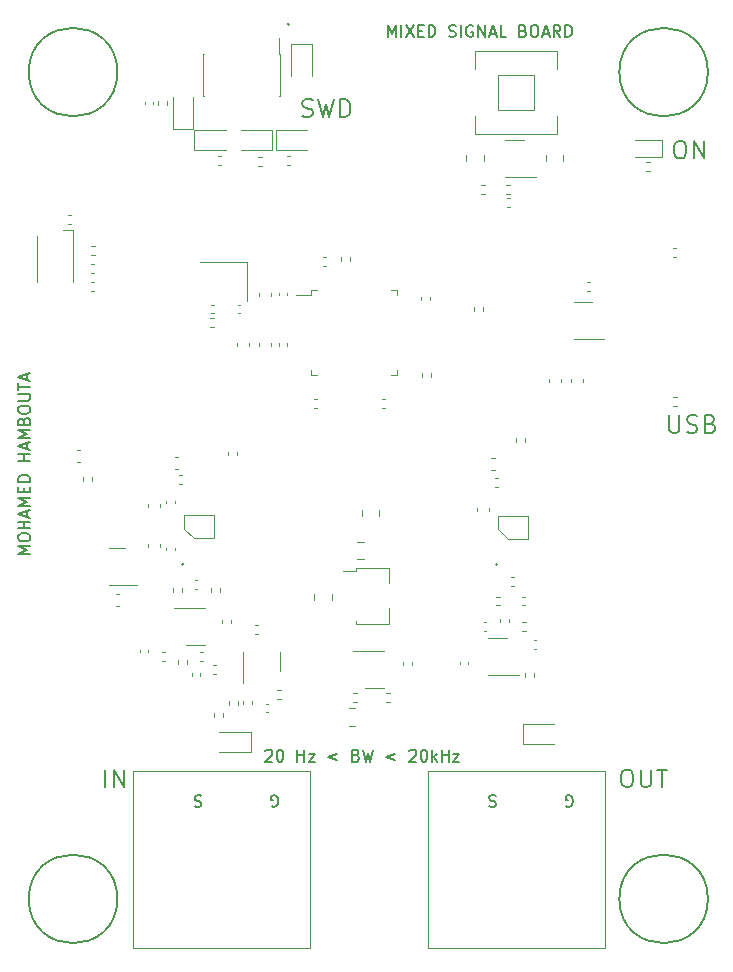
<source format=gbr>
%TF.GenerationSoftware,KiCad,Pcbnew,7.0.9*%
%TF.CreationDate,2024-01-09T08:16:39-05:00*%
%TF.ProjectId,mixed_signal_hw,6d697865-645f-4736-9967-6e616c5f6877,rev?*%
%TF.SameCoordinates,Original*%
%TF.FileFunction,Legend,Top*%
%TF.FilePolarity,Positive*%
%FSLAX46Y46*%
G04 Gerber Fmt 4.6, Leading zero omitted, Abs format (unit mm)*
G04 Created by KiCad (PCBNEW 7.0.9) date 2024-01-09 08:16:39*
%MOMM*%
%LPD*%
G01*
G04 APERTURE LIST*
%ADD10C,0.150000*%
%ADD11C,0.200000*%
%ADD12C,0.120000*%
G04 APERTURE END LIST*
D10*
X154250000Y-58250000D02*
G75*
G03*
X154250000Y-58250000I-3750000J0D01*
G01*
X154250000Y-128250000D02*
G75*
G03*
X154250000Y-128250000I-3750000J0D01*
G01*
X118800000Y-54200000D02*
G75*
G03*
X118800000Y-54200000I-64031J0D01*
G01*
X104250000Y-128250000D02*
G75*
G03*
X104250000Y-128250000I-3750000J0D01*
G01*
X109834031Y-99920000D02*
G75*
G03*
X109834031Y-99920000I-64031J0D01*
G01*
X104250000Y-58250000D02*
G75*
G03*
X104250000Y-58250000I-3750000J0D01*
G01*
X136424031Y-99935969D02*
G75*
G03*
X136424031Y-99935969I-64031J0D01*
G01*
D11*
X119917292Y-61984600D02*
X120131578Y-62056028D01*
X120131578Y-62056028D02*
X120488720Y-62056028D01*
X120488720Y-62056028D02*
X120631578Y-61984600D01*
X120631578Y-61984600D02*
X120703006Y-61913171D01*
X120703006Y-61913171D02*
X120774435Y-61770314D01*
X120774435Y-61770314D02*
X120774435Y-61627457D01*
X120774435Y-61627457D02*
X120703006Y-61484600D01*
X120703006Y-61484600D02*
X120631578Y-61413171D01*
X120631578Y-61413171D02*
X120488720Y-61341742D01*
X120488720Y-61341742D02*
X120203006Y-61270314D01*
X120203006Y-61270314D02*
X120060149Y-61198885D01*
X120060149Y-61198885D02*
X119988720Y-61127457D01*
X119988720Y-61127457D02*
X119917292Y-60984600D01*
X119917292Y-60984600D02*
X119917292Y-60841742D01*
X119917292Y-60841742D02*
X119988720Y-60698885D01*
X119988720Y-60698885D02*
X120060149Y-60627457D01*
X120060149Y-60627457D02*
X120203006Y-60556028D01*
X120203006Y-60556028D02*
X120560149Y-60556028D01*
X120560149Y-60556028D02*
X120774435Y-60627457D01*
X121274434Y-60556028D02*
X121631577Y-62056028D01*
X121631577Y-62056028D02*
X121917291Y-60984600D01*
X121917291Y-60984600D02*
X122203006Y-62056028D01*
X122203006Y-62056028D02*
X122560149Y-60556028D01*
X123131577Y-62056028D02*
X123131577Y-60556028D01*
X123131577Y-60556028D02*
X123488720Y-60556028D01*
X123488720Y-60556028D02*
X123703006Y-60627457D01*
X123703006Y-60627457D02*
X123845863Y-60770314D01*
X123845863Y-60770314D02*
X123917292Y-60913171D01*
X123917292Y-60913171D02*
X123988720Y-61198885D01*
X123988720Y-61198885D02*
X123988720Y-61413171D01*
X123988720Y-61413171D02*
X123917292Y-61698885D01*
X123917292Y-61698885D02*
X123845863Y-61841742D01*
X123845863Y-61841742D02*
X123703006Y-61984600D01*
X123703006Y-61984600D02*
X123488720Y-62056028D01*
X123488720Y-62056028D02*
X123131577Y-62056028D01*
X147274435Y-117306028D02*
X147560149Y-117306028D01*
X147560149Y-117306028D02*
X147703006Y-117377457D01*
X147703006Y-117377457D02*
X147845863Y-117520314D01*
X147845863Y-117520314D02*
X147917292Y-117806028D01*
X147917292Y-117806028D02*
X147917292Y-118306028D01*
X147917292Y-118306028D02*
X147845863Y-118591742D01*
X147845863Y-118591742D02*
X147703006Y-118734600D01*
X147703006Y-118734600D02*
X147560149Y-118806028D01*
X147560149Y-118806028D02*
X147274435Y-118806028D01*
X147274435Y-118806028D02*
X147131578Y-118734600D01*
X147131578Y-118734600D02*
X146988720Y-118591742D01*
X146988720Y-118591742D02*
X146917292Y-118306028D01*
X146917292Y-118306028D02*
X146917292Y-117806028D01*
X146917292Y-117806028D02*
X146988720Y-117520314D01*
X146988720Y-117520314D02*
X147131578Y-117377457D01*
X147131578Y-117377457D02*
X147274435Y-117306028D01*
X148560149Y-117306028D02*
X148560149Y-118520314D01*
X148560149Y-118520314D02*
X148631578Y-118663171D01*
X148631578Y-118663171D02*
X148703007Y-118734600D01*
X148703007Y-118734600D02*
X148845864Y-118806028D01*
X148845864Y-118806028D02*
X149131578Y-118806028D01*
X149131578Y-118806028D02*
X149274435Y-118734600D01*
X149274435Y-118734600D02*
X149345864Y-118663171D01*
X149345864Y-118663171D02*
X149417292Y-118520314D01*
X149417292Y-118520314D02*
X149417292Y-117306028D01*
X149917293Y-117306028D02*
X150774436Y-117306028D01*
X150345864Y-118806028D02*
X150345864Y-117306028D01*
X103238720Y-118806028D02*
X103238720Y-117306028D01*
X103953006Y-118806028D02*
X103953006Y-117306028D01*
X103953006Y-117306028D02*
X104810149Y-118806028D01*
X104810149Y-118806028D02*
X104810149Y-117306028D01*
D10*
X116789160Y-115715057D02*
X116836779Y-115667438D01*
X116836779Y-115667438D02*
X116932017Y-115619819D01*
X116932017Y-115619819D02*
X117170112Y-115619819D01*
X117170112Y-115619819D02*
X117265350Y-115667438D01*
X117265350Y-115667438D02*
X117312969Y-115715057D01*
X117312969Y-115715057D02*
X117360588Y-115810295D01*
X117360588Y-115810295D02*
X117360588Y-115905533D01*
X117360588Y-115905533D02*
X117312969Y-116048390D01*
X117312969Y-116048390D02*
X116741541Y-116619819D01*
X116741541Y-116619819D02*
X117360588Y-116619819D01*
X117979636Y-115619819D02*
X118074874Y-115619819D01*
X118074874Y-115619819D02*
X118170112Y-115667438D01*
X118170112Y-115667438D02*
X118217731Y-115715057D01*
X118217731Y-115715057D02*
X118265350Y-115810295D01*
X118265350Y-115810295D02*
X118312969Y-116000771D01*
X118312969Y-116000771D02*
X118312969Y-116238866D01*
X118312969Y-116238866D02*
X118265350Y-116429342D01*
X118265350Y-116429342D02*
X118217731Y-116524580D01*
X118217731Y-116524580D02*
X118170112Y-116572200D01*
X118170112Y-116572200D02*
X118074874Y-116619819D01*
X118074874Y-116619819D02*
X117979636Y-116619819D01*
X117979636Y-116619819D02*
X117884398Y-116572200D01*
X117884398Y-116572200D02*
X117836779Y-116524580D01*
X117836779Y-116524580D02*
X117789160Y-116429342D01*
X117789160Y-116429342D02*
X117741541Y-116238866D01*
X117741541Y-116238866D02*
X117741541Y-116000771D01*
X117741541Y-116000771D02*
X117789160Y-115810295D01*
X117789160Y-115810295D02*
X117836779Y-115715057D01*
X117836779Y-115715057D02*
X117884398Y-115667438D01*
X117884398Y-115667438D02*
X117979636Y-115619819D01*
X119503446Y-116619819D02*
X119503446Y-115619819D01*
X119503446Y-116096009D02*
X120074874Y-116096009D01*
X120074874Y-116619819D02*
X120074874Y-115619819D01*
X120455827Y-115953152D02*
X120979636Y-115953152D01*
X120979636Y-115953152D02*
X120455827Y-116619819D01*
X120455827Y-116619819D02*
X120979636Y-116619819D01*
X122884399Y-115953152D02*
X122122494Y-116238866D01*
X122122494Y-116238866D02*
X122884399Y-116524580D01*
X124455827Y-116096009D02*
X124598684Y-116143628D01*
X124598684Y-116143628D02*
X124646303Y-116191247D01*
X124646303Y-116191247D02*
X124693922Y-116286485D01*
X124693922Y-116286485D02*
X124693922Y-116429342D01*
X124693922Y-116429342D02*
X124646303Y-116524580D01*
X124646303Y-116524580D02*
X124598684Y-116572200D01*
X124598684Y-116572200D02*
X124503446Y-116619819D01*
X124503446Y-116619819D02*
X124122494Y-116619819D01*
X124122494Y-116619819D02*
X124122494Y-115619819D01*
X124122494Y-115619819D02*
X124455827Y-115619819D01*
X124455827Y-115619819D02*
X124551065Y-115667438D01*
X124551065Y-115667438D02*
X124598684Y-115715057D01*
X124598684Y-115715057D02*
X124646303Y-115810295D01*
X124646303Y-115810295D02*
X124646303Y-115905533D01*
X124646303Y-115905533D02*
X124598684Y-116000771D01*
X124598684Y-116000771D02*
X124551065Y-116048390D01*
X124551065Y-116048390D02*
X124455827Y-116096009D01*
X124455827Y-116096009D02*
X124122494Y-116096009D01*
X125027256Y-115619819D02*
X125265351Y-116619819D01*
X125265351Y-116619819D02*
X125455827Y-115905533D01*
X125455827Y-115905533D02*
X125646303Y-116619819D01*
X125646303Y-116619819D02*
X125884399Y-115619819D01*
X127789161Y-115953152D02*
X127027256Y-116238866D01*
X127027256Y-116238866D02*
X127789161Y-116524580D01*
X128979637Y-115715057D02*
X129027256Y-115667438D01*
X129027256Y-115667438D02*
X129122494Y-115619819D01*
X129122494Y-115619819D02*
X129360589Y-115619819D01*
X129360589Y-115619819D02*
X129455827Y-115667438D01*
X129455827Y-115667438D02*
X129503446Y-115715057D01*
X129503446Y-115715057D02*
X129551065Y-115810295D01*
X129551065Y-115810295D02*
X129551065Y-115905533D01*
X129551065Y-115905533D02*
X129503446Y-116048390D01*
X129503446Y-116048390D02*
X128932018Y-116619819D01*
X128932018Y-116619819D02*
X129551065Y-116619819D01*
X130170113Y-115619819D02*
X130265351Y-115619819D01*
X130265351Y-115619819D02*
X130360589Y-115667438D01*
X130360589Y-115667438D02*
X130408208Y-115715057D01*
X130408208Y-115715057D02*
X130455827Y-115810295D01*
X130455827Y-115810295D02*
X130503446Y-116000771D01*
X130503446Y-116000771D02*
X130503446Y-116238866D01*
X130503446Y-116238866D02*
X130455827Y-116429342D01*
X130455827Y-116429342D02*
X130408208Y-116524580D01*
X130408208Y-116524580D02*
X130360589Y-116572200D01*
X130360589Y-116572200D02*
X130265351Y-116619819D01*
X130265351Y-116619819D02*
X130170113Y-116619819D01*
X130170113Y-116619819D02*
X130074875Y-116572200D01*
X130074875Y-116572200D02*
X130027256Y-116524580D01*
X130027256Y-116524580D02*
X129979637Y-116429342D01*
X129979637Y-116429342D02*
X129932018Y-116238866D01*
X129932018Y-116238866D02*
X129932018Y-116000771D01*
X129932018Y-116000771D02*
X129979637Y-115810295D01*
X129979637Y-115810295D02*
X130027256Y-115715057D01*
X130027256Y-115715057D02*
X130074875Y-115667438D01*
X130074875Y-115667438D02*
X130170113Y-115619819D01*
X130932018Y-116619819D02*
X130932018Y-115619819D01*
X131027256Y-116238866D02*
X131312970Y-116619819D01*
X131312970Y-115953152D02*
X130932018Y-116334104D01*
X131741542Y-116619819D02*
X131741542Y-115619819D01*
X131741542Y-116096009D02*
X132312970Y-116096009D01*
X132312970Y-116619819D02*
X132312970Y-115619819D01*
X132693923Y-115953152D02*
X133217732Y-115953152D01*
X133217732Y-115953152D02*
X132693923Y-116619819D01*
X132693923Y-116619819D02*
X133217732Y-116619819D01*
X127136779Y-55269819D02*
X127136779Y-54269819D01*
X127136779Y-54269819D02*
X127470112Y-54984104D01*
X127470112Y-54984104D02*
X127803445Y-54269819D01*
X127803445Y-54269819D02*
X127803445Y-55269819D01*
X128279636Y-55269819D02*
X128279636Y-54269819D01*
X128660588Y-54269819D02*
X129327254Y-55269819D01*
X129327254Y-54269819D02*
X128660588Y-55269819D01*
X129708207Y-54746009D02*
X130041540Y-54746009D01*
X130184397Y-55269819D02*
X129708207Y-55269819D01*
X129708207Y-55269819D02*
X129708207Y-54269819D01*
X129708207Y-54269819D02*
X130184397Y-54269819D01*
X130612969Y-55269819D02*
X130612969Y-54269819D01*
X130612969Y-54269819D02*
X130851064Y-54269819D01*
X130851064Y-54269819D02*
X130993921Y-54317438D01*
X130993921Y-54317438D02*
X131089159Y-54412676D01*
X131089159Y-54412676D02*
X131136778Y-54507914D01*
X131136778Y-54507914D02*
X131184397Y-54698390D01*
X131184397Y-54698390D02*
X131184397Y-54841247D01*
X131184397Y-54841247D02*
X131136778Y-55031723D01*
X131136778Y-55031723D02*
X131089159Y-55126961D01*
X131089159Y-55126961D02*
X130993921Y-55222200D01*
X130993921Y-55222200D02*
X130851064Y-55269819D01*
X130851064Y-55269819D02*
X130612969Y-55269819D01*
X132327255Y-55222200D02*
X132470112Y-55269819D01*
X132470112Y-55269819D02*
X132708207Y-55269819D01*
X132708207Y-55269819D02*
X132803445Y-55222200D01*
X132803445Y-55222200D02*
X132851064Y-55174580D01*
X132851064Y-55174580D02*
X132898683Y-55079342D01*
X132898683Y-55079342D02*
X132898683Y-54984104D01*
X132898683Y-54984104D02*
X132851064Y-54888866D01*
X132851064Y-54888866D02*
X132803445Y-54841247D01*
X132803445Y-54841247D02*
X132708207Y-54793628D01*
X132708207Y-54793628D02*
X132517731Y-54746009D01*
X132517731Y-54746009D02*
X132422493Y-54698390D01*
X132422493Y-54698390D02*
X132374874Y-54650771D01*
X132374874Y-54650771D02*
X132327255Y-54555533D01*
X132327255Y-54555533D02*
X132327255Y-54460295D01*
X132327255Y-54460295D02*
X132374874Y-54365057D01*
X132374874Y-54365057D02*
X132422493Y-54317438D01*
X132422493Y-54317438D02*
X132517731Y-54269819D01*
X132517731Y-54269819D02*
X132755826Y-54269819D01*
X132755826Y-54269819D02*
X132898683Y-54317438D01*
X133327255Y-55269819D02*
X133327255Y-54269819D01*
X134327254Y-54317438D02*
X134232016Y-54269819D01*
X134232016Y-54269819D02*
X134089159Y-54269819D01*
X134089159Y-54269819D02*
X133946302Y-54317438D01*
X133946302Y-54317438D02*
X133851064Y-54412676D01*
X133851064Y-54412676D02*
X133803445Y-54507914D01*
X133803445Y-54507914D02*
X133755826Y-54698390D01*
X133755826Y-54698390D02*
X133755826Y-54841247D01*
X133755826Y-54841247D02*
X133803445Y-55031723D01*
X133803445Y-55031723D02*
X133851064Y-55126961D01*
X133851064Y-55126961D02*
X133946302Y-55222200D01*
X133946302Y-55222200D02*
X134089159Y-55269819D01*
X134089159Y-55269819D02*
X134184397Y-55269819D01*
X134184397Y-55269819D02*
X134327254Y-55222200D01*
X134327254Y-55222200D02*
X134374873Y-55174580D01*
X134374873Y-55174580D02*
X134374873Y-54841247D01*
X134374873Y-54841247D02*
X134184397Y-54841247D01*
X134803445Y-55269819D02*
X134803445Y-54269819D01*
X134803445Y-54269819D02*
X135374873Y-55269819D01*
X135374873Y-55269819D02*
X135374873Y-54269819D01*
X135803445Y-54984104D02*
X136279635Y-54984104D01*
X135708207Y-55269819D02*
X136041540Y-54269819D01*
X136041540Y-54269819D02*
X136374873Y-55269819D01*
X137184397Y-55269819D02*
X136708207Y-55269819D01*
X136708207Y-55269819D02*
X136708207Y-54269819D01*
X138612969Y-54746009D02*
X138755826Y-54793628D01*
X138755826Y-54793628D02*
X138803445Y-54841247D01*
X138803445Y-54841247D02*
X138851064Y-54936485D01*
X138851064Y-54936485D02*
X138851064Y-55079342D01*
X138851064Y-55079342D02*
X138803445Y-55174580D01*
X138803445Y-55174580D02*
X138755826Y-55222200D01*
X138755826Y-55222200D02*
X138660588Y-55269819D01*
X138660588Y-55269819D02*
X138279636Y-55269819D01*
X138279636Y-55269819D02*
X138279636Y-54269819D01*
X138279636Y-54269819D02*
X138612969Y-54269819D01*
X138612969Y-54269819D02*
X138708207Y-54317438D01*
X138708207Y-54317438D02*
X138755826Y-54365057D01*
X138755826Y-54365057D02*
X138803445Y-54460295D01*
X138803445Y-54460295D02*
X138803445Y-54555533D01*
X138803445Y-54555533D02*
X138755826Y-54650771D01*
X138755826Y-54650771D02*
X138708207Y-54698390D01*
X138708207Y-54698390D02*
X138612969Y-54746009D01*
X138612969Y-54746009D02*
X138279636Y-54746009D01*
X139470112Y-54269819D02*
X139660588Y-54269819D01*
X139660588Y-54269819D02*
X139755826Y-54317438D01*
X139755826Y-54317438D02*
X139851064Y-54412676D01*
X139851064Y-54412676D02*
X139898683Y-54603152D01*
X139898683Y-54603152D02*
X139898683Y-54936485D01*
X139898683Y-54936485D02*
X139851064Y-55126961D01*
X139851064Y-55126961D02*
X139755826Y-55222200D01*
X139755826Y-55222200D02*
X139660588Y-55269819D01*
X139660588Y-55269819D02*
X139470112Y-55269819D01*
X139470112Y-55269819D02*
X139374874Y-55222200D01*
X139374874Y-55222200D02*
X139279636Y-55126961D01*
X139279636Y-55126961D02*
X139232017Y-54936485D01*
X139232017Y-54936485D02*
X139232017Y-54603152D01*
X139232017Y-54603152D02*
X139279636Y-54412676D01*
X139279636Y-54412676D02*
X139374874Y-54317438D01*
X139374874Y-54317438D02*
X139470112Y-54269819D01*
X140279636Y-54984104D02*
X140755826Y-54984104D01*
X140184398Y-55269819D02*
X140517731Y-54269819D01*
X140517731Y-54269819D02*
X140851064Y-55269819D01*
X141755826Y-55269819D02*
X141422493Y-54793628D01*
X141184398Y-55269819D02*
X141184398Y-54269819D01*
X141184398Y-54269819D02*
X141565350Y-54269819D01*
X141565350Y-54269819D02*
X141660588Y-54317438D01*
X141660588Y-54317438D02*
X141708207Y-54365057D01*
X141708207Y-54365057D02*
X141755826Y-54460295D01*
X141755826Y-54460295D02*
X141755826Y-54603152D01*
X141755826Y-54603152D02*
X141708207Y-54698390D01*
X141708207Y-54698390D02*
X141660588Y-54746009D01*
X141660588Y-54746009D02*
X141565350Y-54793628D01*
X141565350Y-54793628D02*
X141184398Y-54793628D01*
X142184398Y-55269819D02*
X142184398Y-54269819D01*
X142184398Y-54269819D02*
X142422493Y-54269819D01*
X142422493Y-54269819D02*
X142565350Y-54317438D01*
X142565350Y-54317438D02*
X142660588Y-54412676D01*
X142660588Y-54412676D02*
X142708207Y-54507914D01*
X142708207Y-54507914D02*
X142755826Y-54698390D01*
X142755826Y-54698390D02*
X142755826Y-54841247D01*
X142755826Y-54841247D02*
X142708207Y-55031723D01*
X142708207Y-55031723D02*
X142660588Y-55126961D01*
X142660588Y-55126961D02*
X142565350Y-55222200D01*
X142565350Y-55222200D02*
X142422493Y-55269819D01*
X142422493Y-55269819D02*
X142184398Y-55269819D01*
X96869819Y-99063220D02*
X95869819Y-99063220D01*
X95869819Y-99063220D02*
X96584104Y-98729887D01*
X96584104Y-98729887D02*
X95869819Y-98396554D01*
X95869819Y-98396554D02*
X96869819Y-98396554D01*
X95869819Y-97729887D02*
X95869819Y-97539411D01*
X95869819Y-97539411D02*
X95917438Y-97444173D01*
X95917438Y-97444173D02*
X96012676Y-97348935D01*
X96012676Y-97348935D02*
X96203152Y-97301316D01*
X96203152Y-97301316D02*
X96536485Y-97301316D01*
X96536485Y-97301316D02*
X96726961Y-97348935D01*
X96726961Y-97348935D02*
X96822200Y-97444173D01*
X96822200Y-97444173D02*
X96869819Y-97539411D01*
X96869819Y-97539411D02*
X96869819Y-97729887D01*
X96869819Y-97729887D02*
X96822200Y-97825125D01*
X96822200Y-97825125D02*
X96726961Y-97920363D01*
X96726961Y-97920363D02*
X96536485Y-97967982D01*
X96536485Y-97967982D02*
X96203152Y-97967982D01*
X96203152Y-97967982D02*
X96012676Y-97920363D01*
X96012676Y-97920363D02*
X95917438Y-97825125D01*
X95917438Y-97825125D02*
X95869819Y-97729887D01*
X96869819Y-96872744D02*
X95869819Y-96872744D01*
X96346009Y-96872744D02*
X96346009Y-96301316D01*
X96869819Y-96301316D02*
X95869819Y-96301316D01*
X96584104Y-95872744D02*
X96584104Y-95396554D01*
X96869819Y-95967982D02*
X95869819Y-95634649D01*
X95869819Y-95634649D02*
X96869819Y-95301316D01*
X96869819Y-94967982D02*
X95869819Y-94967982D01*
X95869819Y-94967982D02*
X96584104Y-94634649D01*
X96584104Y-94634649D02*
X95869819Y-94301316D01*
X95869819Y-94301316D02*
X96869819Y-94301316D01*
X96346009Y-93825125D02*
X96346009Y-93491792D01*
X96869819Y-93348935D02*
X96869819Y-93825125D01*
X96869819Y-93825125D02*
X95869819Y-93825125D01*
X95869819Y-93825125D02*
X95869819Y-93348935D01*
X96869819Y-92920363D02*
X95869819Y-92920363D01*
X95869819Y-92920363D02*
X95869819Y-92682268D01*
X95869819Y-92682268D02*
X95917438Y-92539411D01*
X95917438Y-92539411D02*
X96012676Y-92444173D01*
X96012676Y-92444173D02*
X96107914Y-92396554D01*
X96107914Y-92396554D02*
X96298390Y-92348935D01*
X96298390Y-92348935D02*
X96441247Y-92348935D01*
X96441247Y-92348935D02*
X96631723Y-92396554D01*
X96631723Y-92396554D02*
X96726961Y-92444173D01*
X96726961Y-92444173D02*
X96822200Y-92539411D01*
X96822200Y-92539411D02*
X96869819Y-92682268D01*
X96869819Y-92682268D02*
X96869819Y-92920363D01*
X96869819Y-91158458D02*
X95869819Y-91158458D01*
X96346009Y-91158458D02*
X96346009Y-90587030D01*
X96869819Y-90587030D02*
X95869819Y-90587030D01*
X96584104Y-90158458D02*
X96584104Y-89682268D01*
X96869819Y-90253696D02*
X95869819Y-89920363D01*
X95869819Y-89920363D02*
X96869819Y-89587030D01*
X96869819Y-89253696D02*
X95869819Y-89253696D01*
X95869819Y-89253696D02*
X96584104Y-88920363D01*
X96584104Y-88920363D02*
X95869819Y-88587030D01*
X95869819Y-88587030D02*
X96869819Y-88587030D01*
X96346009Y-87777506D02*
X96393628Y-87634649D01*
X96393628Y-87634649D02*
X96441247Y-87587030D01*
X96441247Y-87587030D02*
X96536485Y-87539411D01*
X96536485Y-87539411D02*
X96679342Y-87539411D01*
X96679342Y-87539411D02*
X96774580Y-87587030D01*
X96774580Y-87587030D02*
X96822200Y-87634649D01*
X96822200Y-87634649D02*
X96869819Y-87729887D01*
X96869819Y-87729887D02*
X96869819Y-88110839D01*
X96869819Y-88110839D02*
X95869819Y-88110839D01*
X95869819Y-88110839D02*
X95869819Y-87777506D01*
X95869819Y-87777506D02*
X95917438Y-87682268D01*
X95917438Y-87682268D02*
X95965057Y-87634649D01*
X95965057Y-87634649D02*
X96060295Y-87587030D01*
X96060295Y-87587030D02*
X96155533Y-87587030D01*
X96155533Y-87587030D02*
X96250771Y-87634649D01*
X96250771Y-87634649D02*
X96298390Y-87682268D01*
X96298390Y-87682268D02*
X96346009Y-87777506D01*
X96346009Y-87777506D02*
X96346009Y-88110839D01*
X95869819Y-86920363D02*
X95869819Y-86729887D01*
X95869819Y-86729887D02*
X95917438Y-86634649D01*
X95917438Y-86634649D02*
X96012676Y-86539411D01*
X96012676Y-86539411D02*
X96203152Y-86491792D01*
X96203152Y-86491792D02*
X96536485Y-86491792D01*
X96536485Y-86491792D02*
X96726961Y-86539411D01*
X96726961Y-86539411D02*
X96822200Y-86634649D01*
X96822200Y-86634649D02*
X96869819Y-86729887D01*
X96869819Y-86729887D02*
X96869819Y-86920363D01*
X96869819Y-86920363D02*
X96822200Y-87015601D01*
X96822200Y-87015601D02*
X96726961Y-87110839D01*
X96726961Y-87110839D02*
X96536485Y-87158458D01*
X96536485Y-87158458D02*
X96203152Y-87158458D01*
X96203152Y-87158458D02*
X96012676Y-87110839D01*
X96012676Y-87110839D02*
X95917438Y-87015601D01*
X95917438Y-87015601D02*
X95869819Y-86920363D01*
X95869819Y-86063220D02*
X96679342Y-86063220D01*
X96679342Y-86063220D02*
X96774580Y-86015601D01*
X96774580Y-86015601D02*
X96822200Y-85967982D01*
X96822200Y-85967982D02*
X96869819Y-85872744D01*
X96869819Y-85872744D02*
X96869819Y-85682268D01*
X96869819Y-85682268D02*
X96822200Y-85587030D01*
X96822200Y-85587030D02*
X96774580Y-85539411D01*
X96774580Y-85539411D02*
X96679342Y-85491792D01*
X96679342Y-85491792D02*
X95869819Y-85491792D01*
X95869819Y-85158458D02*
X95869819Y-84587030D01*
X96869819Y-84872744D02*
X95869819Y-84872744D01*
X96584104Y-84301315D02*
X96584104Y-83825125D01*
X96869819Y-84396553D02*
X95869819Y-84063220D01*
X95869819Y-84063220D02*
X96869819Y-83729887D01*
D11*
X150988720Y-87306028D02*
X150988720Y-88520314D01*
X150988720Y-88520314D02*
X151060149Y-88663171D01*
X151060149Y-88663171D02*
X151131578Y-88734600D01*
X151131578Y-88734600D02*
X151274435Y-88806028D01*
X151274435Y-88806028D02*
X151560149Y-88806028D01*
X151560149Y-88806028D02*
X151703006Y-88734600D01*
X151703006Y-88734600D02*
X151774435Y-88663171D01*
X151774435Y-88663171D02*
X151845863Y-88520314D01*
X151845863Y-88520314D02*
X151845863Y-87306028D01*
X152488721Y-88734600D02*
X152703007Y-88806028D01*
X152703007Y-88806028D02*
X153060149Y-88806028D01*
X153060149Y-88806028D02*
X153203007Y-88734600D01*
X153203007Y-88734600D02*
X153274435Y-88663171D01*
X153274435Y-88663171D02*
X153345864Y-88520314D01*
X153345864Y-88520314D02*
X153345864Y-88377457D01*
X153345864Y-88377457D02*
X153274435Y-88234600D01*
X153274435Y-88234600D02*
X153203007Y-88163171D01*
X153203007Y-88163171D02*
X153060149Y-88091742D01*
X153060149Y-88091742D02*
X152774435Y-88020314D01*
X152774435Y-88020314D02*
X152631578Y-87948885D01*
X152631578Y-87948885D02*
X152560149Y-87877457D01*
X152560149Y-87877457D02*
X152488721Y-87734600D01*
X152488721Y-87734600D02*
X152488721Y-87591742D01*
X152488721Y-87591742D02*
X152560149Y-87448885D01*
X152560149Y-87448885D02*
X152631578Y-87377457D01*
X152631578Y-87377457D02*
X152774435Y-87306028D01*
X152774435Y-87306028D02*
X153131578Y-87306028D01*
X153131578Y-87306028D02*
X153345864Y-87377457D01*
X154488720Y-88020314D02*
X154703006Y-88091742D01*
X154703006Y-88091742D02*
X154774435Y-88163171D01*
X154774435Y-88163171D02*
X154845863Y-88306028D01*
X154845863Y-88306028D02*
X154845863Y-88520314D01*
X154845863Y-88520314D02*
X154774435Y-88663171D01*
X154774435Y-88663171D02*
X154703006Y-88734600D01*
X154703006Y-88734600D02*
X154560149Y-88806028D01*
X154560149Y-88806028D02*
X153988720Y-88806028D01*
X153988720Y-88806028D02*
X153988720Y-87306028D01*
X153988720Y-87306028D02*
X154488720Y-87306028D01*
X154488720Y-87306028D02*
X154631578Y-87377457D01*
X154631578Y-87377457D02*
X154703006Y-87448885D01*
X154703006Y-87448885D02*
X154774435Y-87591742D01*
X154774435Y-87591742D02*
X154774435Y-87734600D01*
X154774435Y-87734600D02*
X154703006Y-87877457D01*
X154703006Y-87877457D02*
X154631578Y-87948885D01*
X154631578Y-87948885D02*
X154488720Y-88020314D01*
X154488720Y-88020314D02*
X153988720Y-88020314D01*
X151774435Y-64056028D02*
X152060149Y-64056028D01*
X152060149Y-64056028D02*
X152203006Y-64127457D01*
X152203006Y-64127457D02*
X152345863Y-64270314D01*
X152345863Y-64270314D02*
X152417292Y-64556028D01*
X152417292Y-64556028D02*
X152417292Y-65056028D01*
X152417292Y-65056028D02*
X152345863Y-65341742D01*
X152345863Y-65341742D02*
X152203006Y-65484600D01*
X152203006Y-65484600D02*
X152060149Y-65556028D01*
X152060149Y-65556028D02*
X151774435Y-65556028D01*
X151774435Y-65556028D02*
X151631578Y-65484600D01*
X151631578Y-65484600D02*
X151488720Y-65341742D01*
X151488720Y-65341742D02*
X151417292Y-65056028D01*
X151417292Y-65056028D02*
X151417292Y-64556028D01*
X151417292Y-64556028D02*
X151488720Y-64270314D01*
X151488720Y-64270314D02*
X151631578Y-64127457D01*
X151631578Y-64127457D02*
X151774435Y-64056028D01*
X153060149Y-65556028D02*
X153060149Y-64056028D01*
X153060149Y-64056028D02*
X153917292Y-65556028D01*
X153917292Y-65556028D02*
X153917292Y-64056028D01*
D10*
X117318095Y-120417561D02*
X117413333Y-120465180D01*
X117413333Y-120465180D02*
X117556190Y-120465180D01*
X117556190Y-120465180D02*
X117699047Y-120417561D01*
X117699047Y-120417561D02*
X117794285Y-120322323D01*
X117794285Y-120322323D02*
X117841904Y-120227085D01*
X117841904Y-120227085D02*
X117889523Y-120036609D01*
X117889523Y-120036609D02*
X117889523Y-119893752D01*
X117889523Y-119893752D02*
X117841904Y-119703276D01*
X117841904Y-119703276D02*
X117794285Y-119608038D01*
X117794285Y-119608038D02*
X117699047Y-119512800D01*
X117699047Y-119512800D02*
X117556190Y-119465180D01*
X117556190Y-119465180D02*
X117460952Y-119465180D01*
X117460952Y-119465180D02*
X117318095Y-119512800D01*
X117318095Y-119512800D02*
X117270476Y-119560419D01*
X117270476Y-119560419D02*
X117270476Y-119893752D01*
X117270476Y-119893752D02*
X117460952Y-119893752D01*
X111365713Y-119512800D02*
X111222856Y-119465180D01*
X111222856Y-119465180D02*
X110984761Y-119465180D01*
X110984761Y-119465180D02*
X110889523Y-119512800D01*
X110889523Y-119512800D02*
X110841904Y-119560419D01*
X110841904Y-119560419D02*
X110794285Y-119655657D01*
X110794285Y-119655657D02*
X110794285Y-119750895D01*
X110794285Y-119750895D02*
X110841904Y-119846133D01*
X110841904Y-119846133D02*
X110889523Y-119893752D01*
X110889523Y-119893752D02*
X110984761Y-119941371D01*
X110984761Y-119941371D02*
X111175237Y-119988990D01*
X111175237Y-119988990D02*
X111270475Y-120036609D01*
X111270475Y-120036609D02*
X111318094Y-120084228D01*
X111318094Y-120084228D02*
X111365713Y-120179466D01*
X111365713Y-120179466D02*
X111365713Y-120274704D01*
X111365713Y-120274704D02*
X111318094Y-120369942D01*
X111318094Y-120369942D02*
X111270475Y-120417561D01*
X111270475Y-120417561D02*
X111175237Y-120465180D01*
X111175237Y-120465180D02*
X110937142Y-120465180D01*
X110937142Y-120465180D02*
X110794285Y-120417561D01*
X142261695Y-120417561D02*
X142356933Y-120465180D01*
X142356933Y-120465180D02*
X142499790Y-120465180D01*
X142499790Y-120465180D02*
X142642647Y-120417561D01*
X142642647Y-120417561D02*
X142737885Y-120322323D01*
X142737885Y-120322323D02*
X142785504Y-120227085D01*
X142785504Y-120227085D02*
X142833123Y-120036609D01*
X142833123Y-120036609D02*
X142833123Y-119893752D01*
X142833123Y-119893752D02*
X142785504Y-119703276D01*
X142785504Y-119703276D02*
X142737885Y-119608038D01*
X142737885Y-119608038D02*
X142642647Y-119512800D01*
X142642647Y-119512800D02*
X142499790Y-119465180D01*
X142499790Y-119465180D02*
X142404552Y-119465180D01*
X142404552Y-119465180D02*
X142261695Y-119512800D01*
X142261695Y-119512800D02*
X142214076Y-119560419D01*
X142214076Y-119560419D02*
X142214076Y-119893752D01*
X142214076Y-119893752D02*
X142404552Y-119893752D01*
X136309313Y-119512800D02*
X136166456Y-119465180D01*
X136166456Y-119465180D02*
X135928361Y-119465180D01*
X135928361Y-119465180D02*
X135833123Y-119512800D01*
X135833123Y-119512800D02*
X135785504Y-119560419D01*
X135785504Y-119560419D02*
X135737885Y-119655657D01*
X135737885Y-119655657D02*
X135737885Y-119750895D01*
X135737885Y-119750895D02*
X135785504Y-119846133D01*
X135785504Y-119846133D02*
X135833123Y-119893752D01*
X135833123Y-119893752D02*
X135928361Y-119941371D01*
X135928361Y-119941371D02*
X136118837Y-119988990D01*
X136118837Y-119988990D02*
X136214075Y-120036609D01*
X136214075Y-120036609D02*
X136261694Y-120084228D01*
X136261694Y-120084228D02*
X136309313Y-120179466D01*
X136309313Y-120179466D02*
X136309313Y-120274704D01*
X136309313Y-120274704D02*
X136261694Y-120369942D01*
X136261694Y-120369942D02*
X136214075Y-120417561D01*
X136214075Y-120417561D02*
X136118837Y-120465180D01*
X136118837Y-120465180D02*
X135880742Y-120465180D01*
X135880742Y-120465180D02*
X135737885Y-120417561D01*
D12*
%TO.C,C300*%
X114900600Y-111747836D02*
X114900600Y-111532164D01*
X115620600Y-111747836D02*
X115620600Y-111532164D01*
%TO.C,U100*%
X137900000Y-67110000D02*
X139700000Y-67110000D01*
X137900000Y-67110000D02*
X137100000Y-67110000D01*
X137900000Y-63990000D02*
X138700000Y-63990000D01*
X137900000Y-63990000D02*
X137100000Y-63990000D01*
%TO.C,C305*%
X111484236Y-108106800D02*
X111268564Y-108106800D01*
X111484236Y-107386800D02*
X111268564Y-107386800D01*
%TO.C,U200*%
X120677500Y-76689999D02*
X120677500Y-77139999D01*
X120677500Y-77139999D02*
X119387500Y-77139999D01*
X120677500Y-83909999D02*
X120677500Y-83459999D01*
X121127500Y-76689999D02*
X120677500Y-76689999D01*
X121127500Y-83909999D02*
X120677500Y-83909999D01*
X127447500Y-76689999D02*
X127897500Y-76689999D01*
X127447500Y-83909999D02*
X127897500Y-83909999D01*
X127897500Y-76689999D02*
X127897500Y-77139999D01*
X127897500Y-83909999D02*
X127897500Y-83459999D01*
%TO.C,R212*%
X113053641Y-66140000D02*
X112746359Y-66140000D01*
X113053641Y-65380000D02*
X112746359Y-65380000D01*
%TO.C,C212*%
X106580000Y-60977836D02*
X106580000Y-60762164D01*
X107300000Y-60977836D02*
X107300000Y-60762164D01*
%TO.C,R403*%
X137380000Y-104516359D02*
X137380000Y-104823641D01*
X136620000Y-104516359D02*
X136620000Y-104823641D01*
%TO.C,C309*%
X104384611Y-103420000D02*
X104103451Y-103420000D01*
X104384611Y-102400000D02*
X104103451Y-102400000D01*
%TO.C,R202*%
X130770000Y-83726359D02*
X130770000Y-84033641D01*
X130010000Y-83726359D02*
X130010000Y-84033641D01*
%TO.C,C205*%
X117927500Y-81407835D02*
X117927500Y-81192163D01*
X118647500Y-81407835D02*
X118647500Y-81192163D01*
%TO.C,C206*%
X116277500Y-81445579D02*
X116277500Y-81164419D01*
X117297500Y-81445579D02*
X117297500Y-81164419D01*
%TO.C,U401*%
X136420000Y-109260000D02*
X138220000Y-109260000D01*
X136420000Y-109260000D02*
X135620000Y-109260000D01*
X136420000Y-106140000D02*
X137220000Y-106140000D01*
X136420000Y-106140000D02*
X135620000Y-106140000D01*
%TO.C,C202*%
X126895336Y-86659999D02*
X126679664Y-86659999D01*
X126895336Y-85939999D02*
X126679664Y-85939999D01*
%TO.C,R205*%
X151573641Y-73930000D02*
X151266359Y-73930000D01*
X151573641Y-73170000D02*
X151266359Y-73170000D01*
%TO.C,C100*%
X143695000Y-84199420D02*
X143695000Y-84480580D01*
X142675000Y-84199420D02*
X142675000Y-84480580D01*
%TO.C,J300*%
X120580000Y-132420000D02*
X120580000Y-117420000D01*
X120580000Y-132420000D02*
X105580000Y-132420000D01*
X120580000Y-117420000D02*
X105580000Y-117420000D01*
X105580000Y-132420000D02*
X105580000Y-117420000D01*
%TO.C,C201*%
X117927500Y-77157835D02*
X117927500Y-76942163D01*
X118647500Y-77157835D02*
X118647500Y-76942163D01*
%TO.C,C200*%
X116277500Y-77215579D02*
X116277500Y-76934419D01*
X117297500Y-77215579D02*
X117297500Y-76934419D01*
%TO.C,U201*%
X143675000Y-80860000D02*
X145475000Y-80860000D01*
X143675000Y-80860000D02*
X142875000Y-80860000D01*
X143675000Y-77740000D02*
X144475000Y-77740000D01*
X143675000Y-77740000D02*
X142875000Y-77740000D01*
%TO.C,C315*%
X109696867Y-93110000D02*
X109481195Y-93110000D01*
X109696867Y-92390000D02*
X109481195Y-92390000D01*
%TO.C,C207*%
X114377500Y-81445579D02*
X114377500Y-81164419D01*
X115397500Y-81445579D02*
X115397500Y-81164419D01*
%TO.C,C302*%
X116137836Y-105810000D02*
X115922164Y-105810000D01*
X116137836Y-105090000D02*
X115922164Y-105090000D01*
%TO.C,R211*%
X116493641Y-66170000D02*
X116186359Y-66170000D01*
X116493641Y-65410000D02*
X116186359Y-65410000D01*
%TO.C,D205*%
X108940000Y-63050000D02*
X110640000Y-63050000D01*
X108940000Y-63050000D02*
X108940000Y-60390000D01*
X110640000Y-63050000D02*
X110640000Y-60390000D01*
%TO.C,C209*%
X112199664Y-77939999D02*
X112415336Y-77939999D01*
X112199664Y-78659999D02*
X112415336Y-78659999D01*
%TO.C,R103*%
X149333641Y-66620000D02*
X149026359Y-66620000D01*
X149333641Y-65860000D02*
X149026359Y-65860000D01*
%TO.C,C103*%
X120941800Y-102969052D02*
X120941800Y-102446548D01*
X122411800Y-102969052D02*
X122411800Y-102446548D01*
%TO.C,U303*%
X109924031Y-95755000D02*
X112424031Y-95755000D01*
X109924031Y-96905000D02*
X109924031Y-95755000D01*
X110724031Y-97705000D02*
X109924031Y-96905000D01*
X112424031Y-95755000D02*
X112424031Y-97705000D01*
X112424031Y-97705000D02*
X110724031Y-97705000D01*
%TO.C,R306*%
X108960000Y-102243641D02*
X108960000Y-101936359D01*
X109720000Y-102243641D02*
X109720000Y-101936359D01*
%TO.C,R402*%
X136346359Y-102650000D02*
X136653641Y-102650000D01*
X136346359Y-103410000D02*
X136653641Y-103410000D01*
%TO.C,U101*%
X123355700Y-100461000D02*
X124495700Y-100461000D01*
X124495700Y-100231000D02*
X124495700Y-100461000D01*
X124495700Y-100231000D02*
X127215700Y-100231000D01*
X124495700Y-104951000D02*
X124495700Y-104721000D01*
X127215700Y-100231000D02*
X127215700Y-101541000D01*
X127215700Y-103641000D02*
X127215700Y-104951000D01*
X127215700Y-104951000D02*
X124495700Y-104951000D01*
%TO.C,C108*%
X128454200Y-108447836D02*
X128454200Y-108232164D01*
X129174200Y-108447836D02*
X129174200Y-108232164D01*
%TO.C,C101*%
X141845000Y-84199420D02*
X141845000Y-84480580D01*
X140825000Y-84199420D02*
X140825000Y-84480580D01*
%TO.C,R405*%
X139490000Y-109156359D02*
X139490000Y-109463641D01*
X138730000Y-109156359D02*
X138730000Y-109463641D01*
%TO.C,L101*%
X134500000Y-56500000D02*
X141500000Y-56500000D01*
X134500000Y-58000000D02*
X134500000Y-56500000D01*
X134500000Y-62000000D02*
X134500000Y-63500000D01*
X134500000Y-63500000D02*
X141500000Y-63500000D01*
X136500000Y-58500000D02*
X136500000Y-61500000D01*
X136500000Y-61500000D02*
X139500000Y-61500000D01*
X139500000Y-58500000D02*
X136500000Y-58500000D01*
X139500000Y-61500000D02*
X139500000Y-58500000D01*
X141500000Y-56500000D02*
X141500000Y-58000000D01*
X141500000Y-63500000D02*
X141500000Y-62000000D01*
%TO.C,C105*%
X141993300Y-65273548D02*
X141993300Y-65796052D01*
X140523300Y-65273548D02*
X140523300Y-65796052D01*
%TO.C,D201*%
X120690000Y-55910000D02*
X118990000Y-55910000D01*
X120690000Y-55910000D02*
X120690000Y-58570000D01*
X118990000Y-55910000D02*
X118990000Y-58570000D01*
%TO.C,R204*%
X134420000Y-78443641D02*
X134420000Y-78136359D01*
X135180000Y-78443641D02*
X135180000Y-78136359D01*
%TO.C,R213*%
X108480000Y-60706359D02*
X108480000Y-61013641D01*
X107720000Y-60706359D02*
X107720000Y-61013641D01*
%TO.C,D200*%
X100490000Y-71579956D02*
X100490000Y-76030000D01*
X99690000Y-71580000D02*
X100490000Y-71580000D01*
X97490000Y-72130000D02*
X97490000Y-76030000D01*
%TO.C,C306*%
X113872600Y-104644364D02*
X113872600Y-104860036D01*
X113152600Y-104644364D02*
X113152600Y-104860036D01*
%TO.C,R308*%
X101316800Y-92836841D02*
X101316800Y-92529559D01*
X102076800Y-92836841D02*
X102076800Y-92529559D01*
%TO.C,R309*%
X114360000Y-90376359D02*
X114360000Y-90683641D01*
X113600000Y-90376359D02*
X113600000Y-90683641D01*
%TO.C,C301*%
X116794964Y-111745200D02*
X117010636Y-111745200D01*
X116794964Y-112465200D02*
X117010636Y-112465200D01*
%TO.C,R302*%
X118083641Y-111310000D02*
X117776359Y-111310000D01*
X118083641Y-110550000D02*
X117776359Y-110550000D01*
%TO.C,C204*%
X121699664Y-73939999D02*
X121915336Y-73939999D01*
X121699664Y-74659999D02*
X121915336Y-74659999D01*
%TO.C,R209*%
X102293641Y-75270000D02*
X101986359Y-75270000D01*
X102293641Y-74510000D02*
X101986359Y-74510000D01*
%TO.C,R304*%
X109398800Y-108359641D02*
X109398800Y-108052359D01*
X110158800Y-108359641D02*
X110158800Y-108052359D01*
%TO.C,C401*%
X136452836Y-93340000D02*
X136237164Y-93340000D01*
X136452836Y-92620000D02*
X136237164Y-92620000D01*
%TO.C,R100*%
X126425000Y-95355436D02*
X126425000Y-95809564D01*
X124955000Y-95355436D02*
X124955000Y-95809564D01*
%TO.C,C203*%
X130680000Y-77312164D02*
X130680000Y-77527836D01*
X129960000Y-77312164D02*
X129960000Y-77527836D01*
%TO.C,C403*%
X138552164Y-102680000D02*
X138767836Y-102680000D01*
X138552164Y-103400000D02*
X138767836Y-103400000D01*
%TO.C,J200*%
X117950000Y-55390000D02*
X117950000Y-56715000D01*
X118015000Y-56715000D02*
X117950000Y-56715000D01*
X118015000Y-56715000D02*
X118015000Y-60245000D01*
X111610000Y-56715000D02*
X111545000Y-56715000D01*
X111545000Y-56715000D02*
X111545000Y-60245000D01*
X118015000Y-60245000D02*
X117950000Y-60245000D01*
X111610000Y-60245000D02*
X111545000Y-60245000D01*
%TO.C,R102*%
X135364741Y-68541200D02*
X135057459Y-68541200D01*
X135364741Y-67781200D02*
X135057459Y-67781200D01*
%TO.C,R104*%
X127318841Y-111560000D02*
X127011559Y-111560000D01*
X127318841Y-110800000D02*
X127011559Y-110800000D01*
%TO.C,C210*%
X144042164Y-76030000D02*
X144257836Y-76030000D01*
X144042164Y-76750000D02*
X144257836Y-76750000D01*
%TO.C,D300*%
X115535000Y-115800000D02*
X115535000Y-114100000D01*
X115535000Y-115800000D02*
X112875000Y-115800000D01*
X115535000Y-114100000D02*
X112875000Y-114100000D01*
%TO.C,C308*%
X101095580Y-91260000D02*
X100814420Y-91260000D01*
X101095580Y-90240000D02*
X100814420Y-90240000D01*
%TO.C,R207*%
X102323641Y-73760000D02*
X102016359Y-73760000D01*
X102323641Y-73000000D02*
X102016359Y-73000000D01*
%TO.C,C310*%
X108384031Y-98727836D02*
X108384031Y-98512164D01*
X109104031Y-98727836D02*
X109104031Y-98512164D01*
%TO.C,U400*%
X136520000Y-95795000D02*
X139020000Y-95795000D01*
X136520000Y-96945000D02*
X136520000Y-95795000D01*
X137320000Y-97745000D02*
X136520000Y-96945000D01*
X139020000Y-95795000D02*
X139020000Y-97745000D01*
X139020000Y-97745000D02*
X137320000Y-97745000D01*
%TO.C,U300*%
X114926800Y-108146100D02*
X114926800Y-109946100D01*
X114926800Y-108146100D02*
X114926800Y-107346100D01*
X118046800Y-108146100D02*
X118046800Y-108946100D01*
X118046800Y-108146100D02*
X118046800Y-107346100D01*
%TO.C,R210*%
X118596359Y-65380000D02*
X118903641Y-65380000D01*
X118596359Y-66140000D02*
X118903641Y-66140000D01*
%TO.C,J400*%
X145523600Y-132420000D02*
X145523600Y-117420000D01*
X145523600Y-132420000D02*
X130523600Y-132420000D01*
X145523600Y-117420000D02*
X130523600Y-117420000D01*
X130523600Y-132420000D02*
X130523600Y-117420000D01*
%TO.C,R401*%
X137551359Y-100990000D02*
X137858641Y-100990000D01*
X137551359Y-101750000D02*
X137858641Y-101750000D01*
%TO.C,Y200*%
X115262500Y-77599999D02*
X115262500Y-74299999D01*
X115262500Y-74299999D02*
X111262500Y-74299999D01*
%TO.C,R105*%
X124520841Y-111560000D02*
X124213559Y-111560000D01*
X124520841Y-110800000D02*
X124213559Y-110800000D01*
%TO.C,R206*%
X151623641Y-86560000D02*
X151316359Y-86560000D01*
X151623641Y-85800000D02*
X151316359Y-85800000D01*
%TO.C,C304*%
X106140000Y-107377836D02*
X106140000Y-107162164D01*
X106860000Y-107377836D02*
X106860000Y-107162164D01*
%TO.C,C107*%
X124411252Y-113595000D02*
X123888748Y-113595000D01*
X124411252Y-112125000D02*
X123888748Y-112125000D01*
%TO.C,R404*%
X138546359Y-104820000D02*
X138853641Y-104820000D01*
X138546359Y-105580000D02*
X138853641Y-105580000D01*
%TO.C,C406*%
X133978400Y-108172164D02*
X133978400Y-108387836D01*
X133258400Y-108172164D02*
X133258400Y-108387836D01*
%TO.C,C404*%
X139492164Y-106340000D02*
X139707836Y-106340000D01*
X139492164Y-107060000D02*
X139707836Y-107060000D01*
%TO.C,D400*%
X138560000Y-113470000D02*
X138560000Y-115170000D01*
X138560000Y-113470000D02*
X141220000Y-113470000D01*
X138560000Y-115170000D02*
X141220000Y-115170000D01*
%TO.C,C400*%
X136205580Y-91960000D02*
X135924420Y-91960000D01*
X136205580Y-90940000D02*
X135924420Y-90940000D01*
%TO.C,R300*%
X112470600Y-112833641D02*
X112470600Y-112526359D01*
X113230600Y-112833641D02*
X113230600Y-112526359D01*
%TO.C,U102*%
X126040100Y-107247600D02*
X124240100Y-107247600D01*
X126040100Y-107247600D02*
X126840100Y-107247600D01*
X126040100Y-110367600D02*
X125240100Y-110367600D01*
X126040100Y-110367600D02*
X126840100Y-110367600D01*
%TO.C,R200*%
X123940000Y-73896359D02*
X123940000Y-74203641D01*
X123180000Y-73896359D02*
X123180000Y-74203641D01*
%TO.C,D204*%
X110770000Y-63180000D02*
X110770000Y-64880000D01*
X110770000Y-63180000D02*
X113430000Y-63180000D01*
X110770000Y-64880000D02*
X113430000Y-64880000D01*
%TO.C,R303*%
X112633641Y-109190000D02*
X112326359Y-109190000D01*
X112633641Y-108430000D02*
X112326359Y-108430000D01*
%TO.C,C312*%
X109124031Y-94522164D02*
X109124031Y-94737836D01*
X108404031Y-94522164D02*
X108404031Y-94737836D01*
%TO.C,C208*%
X114665336Y-78659999D02*
X114449664Y-78659999D01*
X114665336Y-77939999D02*
X114449664Y-77939999D01*
%TO.C,C405*%
X135477836Y-105550000D02*
X135262164Y-105550000D01*
X135477836Y-104830000D02*
X135262164Y-104830000D01*
%TO.C,R301*%
X114440600Y-111496359D02*
X114440600Y-111803641D01*
X113680600Y-111496359D02*
X113680600Y-111803641D01*
%TO.C,C303*%
X111290000Y-109152164D02*
X111290000Y-109367836D01*
X110570000Y-109152164D02*
X110570000Y-109367836D01*
%TO.C,R400*%
X138745000Y-89246359D02*
X138745000Y-89553641D01*
X137985000Y-89246359D02*
X137985000Y-89553641D01*
%TO.C,C102*%
X125102852Y-99465200D02*
X124580348Y-99465200D01*
X125102852Y-97995200D02*
X124580348Y-97995200D01*
%TO.C,R101*%
X137474941Y-68531000D02*
X137167659Y-68531000D01*
X137474941Y-67771000D02*
X137167659Y-67771000D01*
%TO.C,C402*%
X135750000Y-95134420D02*
X135750000Y-95415580D01*
X134730000Y-95134420D02*
X134730000Y-95415580D01*
%TO.C,D203*%
X117380000Y-64880000D02*
X117380000Y-63180000D01*
X117380000Y-64880000D02*
X114720000Y-64880000D01*
X117380000Y-63180000D02*
X114720000Y-63180000D01*
%TO.C,C106*%
X137457136Y-69664200D02*
X137241464Y-69664200D01*
X137457136Y-68944200D02*
X137241464Y-68944200D01*
%TO.C,R307*%
X112142000Y-102253641D02*
X112142000Y-101946359D01*
X112902000Y-102253641D02*
X112902000Y-101946359D01*
%TO.C,C104*%
X135262300Y-65273548D02*
X135262300Y-65796052D01*
X133792300Y-65273548D02*
X133792300Y-65796052D01*
%TO.C,R208*%
X102293641Y-76820000D02*
X101986359Y-76820000D01*
X102293641Y-76060000D02*
X101986359Y-76060000D01*
%TO.C,C307*%
X110812164Y-101260000D02*
X111027836Y-101260000D01*
X110812164Y-101980000D02*
X111027836Y-101980000D01*
%TO.C,D202*%
X117680000Y-63170000D02*
X117680000Y-64870000D01*
X117680000Y-63170000D02*
X120340000Y-63170000D01*
X117680000Y-64870000D02*
X120340000Y-64870000D01*
%TO.C,U301*%
X110876500Y-103657000D02*
X109076500Y-103657000D01*
X110876500Y-103657000D02*
X111676500Y-103657000D01*
X110876500Y-106777000D02*
X110076500Y-106777000D01*
X110876500Y-106777000D02*
X111676500Y-106777000D01*
%TO.C,D100*%
X150392500Y-65435000D02*
X150392500Y-63965000D01*
X150392500Y-63965000D02*
X148107500Y-63965000D01*
X148107500Y-65435000D02*
X150392500Y-65435000D01*
%TO.C,C211*%
X100087164Y-70388400D02*
X100302836Y-70388400D01*
X100087164Y-71108400D02*
X100302836Y-71108400D01*
%TO.C,U302*%
X104224031Y-101650000D02*
X105899031Y-101650000D01*
X104224031Y-101650000D02*
X103574031Y-101650000D01*
X104224031Y-98530000D02*
X104874031Y-98530000D01*
X104224031Y-98530000D02*
X103574031Y-98530000D01*
%TO.C,R201*%
X112133859Y-79044999D02*
X112441141Y-79044999D01*
X112133859Y-79804999D02*
X112441141Y-79804999D01*
%TO.C,C311*%
X106834031Y-98475580D02*
X106834031Y-98194420D01*
X107854031Y-98475580D02*
X107854031Y-98194420D01*
%TO.C,R305*%
X108318641Y-108130000D02*
X108011359Y-108130000D01*
X108318641Y-107370000D02*
X108011359Y-107370000D01*
%TO.C,R203*%
X121183641Y-86690000D02*
X120876359Y-86690000D01*
X121183641Y-85930000D02*
X120876359Y-85930000D01*
%TO.C,C313*%
X107854031Y-94794420D02*
X107854031Y-95075580D01*
X106834031Y-94794420D02*
X106834031Y-95075580D01*
%TO.C,C314*%
X109420580Y-91870000D02*
X109139420Y-91870000D01*
X109420580Y-90850000D02*
X109139420Y-90850000D01*
%TD*%
M02*

</source>
